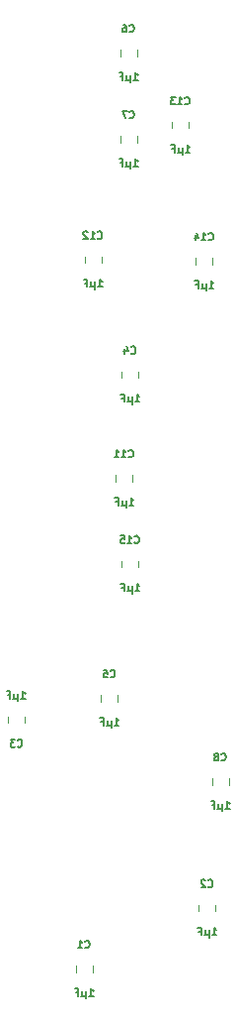
<source format=gbo>
%TF.GenerationSoftware,KiCad,Pcbnew,9.0.2*%
%TF.CreationDate,2025-06-26T18:46:24+02:00*%
%TF.ProjectId,HCP65 Kernal Mode,48435036-3520-44b6-9572-6e616c204d6f,V0*%
%TF.SameCoordinates,Original*%
%TF.FileFunction,Legend,Bot*%
%TF.FilePolarity,Positive*%
%FSLAX46Y46*%
G04 Gerber Fmt 4.6, Leading zero omitted, Abs format (unit mm)*
G04 Created by KiCad (PCBNEW 9.0.2) date 2025-06-26 18:46:24*
%MOMM*%
%LPD*%
G01*
G04 APERTURE LIST*
%ADD10C,0.150000*%
%ADD11C,0.120000*%
G04 APERTURE END LIST*
D10*
X19431214Y-13644486D02*
X19461452Y-13674725D01*
X19461452Y-13674725D02*
X19552166Y-13704963D01*
X19552166Y-13704963D02*
X19612642Y-13704963D01*
X19612642Y-13704963D02*
X19703357Y-13674725D01*
X19703357Y-13674725D02*
X19763833Y-13614248D01*
X19763833Y-13614248D02*
X19794071Y-13553772D01*
X19794071Y-13553772D02*
X19824309Y-13432820D01*
X19824309Y-13432820D02*
X19824309Y-13342105D01*
X19824309Y-13342105D02*
X19794071Y-13221153D01*
X19794071Y-13221153D02*
X19763833Y-13160677D01*
X19763833Y-13160677D02*
X19703357Y-13100201D01*
X19703357Y-13100201D02*
X19612642Y-13069963D01*
X19612642Y-13069963D02*
X19552166Y-13069963D01*
X19552166Y-13069963D02*
X19461452Y-13100201D01*
X19461452Y-13100201D02*
X19431214Y-13130439D01*
X18826452Y-13704963D02*
X19189309Y-13704963D01*
X19007881Y-13704963D02*
X19007881Y-13069963D01*
X19007881Y-13069963D02*
X19068357Y-13160677D01*
X19068357Y-13160677D02*
X19128833Y-13221153D01*
X19128833Y-13221153D02*
X19189309Y-13251391D01*
X18282166Y-13281629D02*
X18282166Y-13704963D01*
X18433357Y-13039725D02*
X18584547Y-13493296D01*
X18584547Y-13493296D02*
X18191452Y-13493296D01*
X19473333Y-17811963D02*
X19836190Y-17811963D01*
X19654762Y-17811963D02*
X19654762Y-17176963D01*
X19654762Y-17176963D02*
X19715238Y-17267677D01*
X19715238Y-17267677D02*
X19775714Y-17328153D01*
X19775714Y-17328153D02*
X19836190Y-17358391D01*
X19201190Y-17388629D02*
X19201190Y-18023629D01*
X18898809Y-17721248D02*
X18868571Y-17781725D01*
X18868571Y-17781725D02*
X18808095Y-17811963D01*
X19201190Y-17721248D02*
X19170952Y-17781725D01*
X19170952Y-17781725D02*
X19110476Y-17811963D01*
X19110476Y-17811963D02*
X18989523Y-17811963D01*
X18989523Y-17811963D02*
X18929047Y-17781725D01*
X18929047Y-17781725D02*
X18898809Y-17721248D01*
X18898809Y-17721248D02*
X18898809Y-17388629D01*
X18324285Y-17479344D02*
X18535952Y-17479344D01*
X18535952Y-17811963D02*
X18535952Y-17176963D01*
X18535952Y-17176963D02*
X18233571Y-17176963D01*
X13081214Y-39507486D02*
X13111452Y-39537725D01*
X13111452Y-39537725D02*
X13202166Y-39567963D01*
X13202166Y-39567963D02*
X13262642Y-39567963D01*
X13262642Y-39567963D02*
X13353357Y-39537725D01*
X13353357Y-39537725D02*
X13413833Y-39477248D01*
X13413833Y-39477248D02*
X13444071Y-39416772D01*
X13444071Y-39416772D02*
X13474309Y-39295820D01*
X13474309Y-39295820D02*
X13474309Y-39205105D01*
X13474309Y-39205105D02*
X13444071Y-39084153D01*
X13444071Y-39084153D02*
X13413833Y-39023677D01*
X13413833Y-39023677D02*
X13353357Y-38963201D01*
X13353357Y-38963201D02*
X13262642Y-38932963D01*
X13262642Y-38932963D02*
X13202166Y-38932963D01*
X13202166Y-38932963D02*
X13111452Y-38963201D01*
X13111452Y-38963201D02*
X13081214Y-38993439D01*
X12476452Y-39567963D02*
X12839309Y-39567963D01*
X12657881Y-39567963D02*
X12657881Y-38932963D01*
X12657881Y-38932963D02*
X12718357Y-39023677D01*
X12718357Y-39023677D02*
X12778833Y-39084153D01*
X12778833Y-39084153D02*
X12839309Y-39114391D01*
X11901928Y-38932963D02*
X12204309Y-38932963D01*
X12204309Y-38932963D02*
X12234547Y-39235344D01*
X12234547Y-39235344D02*
X12204309Y-39205105D01*
X12204309Y-39205105D02*
X12143833Y-39174867D01*
X12143833Y-39174867D02*
X11992642Y-39174867D01*
X11992642Y-39174867D02*
X11932166Y-39205105D01*
X11932166Y-39205105D02*
X11901928Y-39235344D01*
X11901928Y-39235344D02*
X11871690Y-39295820D01*
X11871690Y-39295820D02*
X11871690Y-39447010D01*
X11871690Y-39447010D02*
X11901928Y-39507486D01*
X11901928Y-39507486D02*
X11932166Y-39537725D01*
X11932166Y-39537725D02*
X11992642Y-39567963D01*
X11992642Y-39567963D02*
X12143833Y-39567963D01*
X12143833Y-39567963D02*
X12204309Y-39537725D01*
X12204309Y-39537725D02*
X12234547Y-39507486D01*
X13123333Y-43674963D02*
X13486190Y-43674963D01*
X13304762Y-43674963D02*
X13304762Y-43039963D01*
X13304762Y-43039963D02*
X13365238Y-43130677D01*
X13365238Y-43130677D02*
X13425714Y-43191153D01*
X13425714Y-43191153D02*
X13486190Y-43221391D01*
X12851190Y-43251629D02*
X12851190Y-43886629D01*
X12548809Y-43584248D02*
X12518571Y-43644725D01*
X12518571Y-43644725D02*
X12458095Y-43674963D01*
X12851190Y-43584248D02*
X12820952Y-43644725D01*
X12820952Y-43644725D02*
X12760476Y-43674963D01*
X12760476Y-43674963D02*
X12639523Y-43674963D01*
X12639523Y-43674963D02*
X12579047Y-43644725D01*
X12579047Y-43644725D02*
X12548809Y-43584248D01*
X12548809Y-43584248D02*
X12548809Y-43251629D01*
X11974285Y-43342344D02*
X12185952Y-43342344D01*
X12185952Y-43674963D02*
X12185952Y-43039963D01*
X12185952Y-43039963D02*
X11883571Y-43039963D01*
X9906214Y-13517486D02*
X9936452Y-13547725D01*
X9936452Y-13547725D02*
X10027166Y-13577963D01*
X10027166Y-13577963D02*
X10087642Y-13577963D01*
X10087642Y-13577963D02*
X10178357Y-13547725D01*
X10178357Y-13547725D02*
X10238833Y-13487248D01*
X10238833Y-13487248D02*
X10269071Y-13426772D01*
X10269071Y-13426772D02*
X10299309Y-13305820D01*
X10299309Y-13305820D02*
X10299309Y-13215105D01*
X10299309Y-13215105D02*
X10269071Y-13094153D01*
X10269071Y-13094153D02*
X10238833Y-13033677D01*
X10238833Y-13033677D02*
X10178357Y-12973201D01*
X10178357Y-12973201D02*
X10087642Y-12942963D01*
X10087642Y-12942963D02*
X10027166Y-12942963D01*
X10027166Y-12942963D02*
X9936452Y-12973201D01*
X9936452Y-12973201D02*
X9906214Y-13003439D01*
X9301452Y-13577963D02*
X9664309Y-13577963D01*
X9482881Y-13577963D02*
X9482881Y-12942963D01*
X9482881Y-12942963D02*
X9543357Y-13033677D01*
X9543357Y-13033677D02*
X9603833Y-13094153D01*
X9603833Y-13094153D02*
X9664309Y-13124391D01*
X9059547Y-13003439D02*
X9029309Y-12973201D01*
X9029309Y-12973201D02*
X8968833Y-12942963D01*
X8968833Y-12942963D02*
X8817642Y-12942963D01*
X8817642Y-12942963D02*
X8757166Y-12973201D01*
X8757166Y-12973201D02*
X8726928Y-13003439D01*
X8726928Y-13003439D02*
X8696690Y-13063915D01*
X8696690Y-13063915D02*
X8696690Y-13124391D01*
X8696690Y-13124391D02*
X8726928Y-13215105D01*
X8726928Y-13215105D02*
X9089785Y-13577963D01*
X9089785Y-13577963D02*
X8696690Y-13577963D01*
X9948333Y-17684963D02*
X10311190Y-17684963D01*
X10129762Y-17684963D02*
X10129762Y-17049963D01*
X10129762Y-17049963D02*
X10190238Y-17140677D01*
X10190238Y-17140677D02*
X10250714Y-17201153D01*
X10250714Y-17201153D02*
X10311190Y-17231391D01*
X9676190Y-17261629D02*
X9676190Y-17896629D01*
X9373809Y-17594248D02*
X9343571Y-17654725D01*
X9343571Y-17654725D02*
X9283095Y-17684963D01*
X9676190Y-17594248D02*
X9645952Y-17654725D01*
X9645952Y-17654725D02*
X9585476Y-17684963D01*
X9585476Y-17684963D02*
X9464523Y-17684963D01*
X9464523Y-17684963D02*
X9404047Y-17654725D01*
X9404047Y-17654725D02*
X9373809Y-17594248D01*
X9373809Y-17594248D02*
X9373809Y-17261629D01*
X8799285Y-17352344D02*
X9010952Y-17352344D01*
X9010952Y-17684963D02*
X9010952Y-17049963D01*
X9010952Y-17049963D02*
X8708571Y-17049963D01*
X12778833Y-23338694D02*
X12809071Y-23368933D01*
X12809071Y-23368933D02*
X12899785Y-23399171D01*
X12899785Y-23399171D02*
X12960261Y-23399171D01*
X12960261Y-23399171D02*
X13050976Y-23368933D01*
X13050976Y-23368933D02*
X13111452Y-23308456D01*
X13111452Y-23308456D02*
X13141690Y-23247980D01*
X13141690Y-23247980D02*
X13171928Y-23127028D01*
X13171928Y-23127028D02*
X13171928Y-23036313D01*
X13171928Y-23036313D02*
X13141690Y-22915361D01*
X13141690Y-22915361D02*
X13111452Y-22854885D01*
X13111452Y-22854885D02*
X13050976Y-22794409D01*
X13050976Y-22794409D02*
X12960261Y-22764171D01*
X12960261Y-22764171D02*
X12899785Y-22764171D01*
X12899785Y-22764171D02*
X12809071Y-22794409D01*
X12809071Y-22794409D02*
X12778833Y-22824647D01*
X12234547Y-22975837D02*
X12234547Y-23399171D01*
X12385738Y-22733933D02*
X12536928Y-23187504D01*
X12536928Y-23187504D02*
X12143833Y-23187504D01*
X13123333Y-27506171D02*
X13486190Y-27506171D01*
X13304762Y-27506171D02*
X13304762Y-26871171D01*
X13304762Y-26871171D02*
X13365238Y-26961885D01*
X13365238Y-26961885D02*
X13425714Y-27022361D01*
X13425714Y-27022361D02*
X13486190Y-27052599D01*
X12851190Y-27082837D02*
X12851190Y-27717837D01*
X12548809Y-27415456D02*
X12518571Y-27475933D01*
X12518571Y-27475933D02*
X12458095Y-27506171D01*
X12851190Y-27415456D02*
X12820952Y-27475933D01*
X12820952Y-27475933D02*
X12760476Y-27506171D01*
X12760476Y-27506171D02*
X12639523Y-27506171D01*
X12639523Y-27506171D02*
X12579047Y-27475933D01*
X12579047Y-27475933D02*
X12548809Y-27415456D01*
X12548809Y-27415456D02*
X12548809Y-27082837D01*
X11974285Y-27173552D02*
X12185952Y-27173552D01*
X12185952Y-27506171D02*
X12185952Y-26871171D01*
X12185952Y-26871171D02*
X11883571Y-26871171D01*
X12651833Y-3230486D02*
X12682071Y-3260725D01*
X12682071Y-3260725D02*
X12772785Y-3290963D01*
X12772785Y-3290963D02*
X12833261Y-3290963D01*
X12833261Y-3290963D02*
X12923976Y-3260725D01*
X12923976Y-3260725D02*
X12984452Y-3200248D01*
X12984452Y-3200248D02*
X13014690Y-3139772D01*
X13014690Y-3139772D02*
X13044928Y-3018820D01*
X13044928Y-3018820D02*
X13044928Y-2928105D01*
X13044928Y-2928105D02*
X13014690Y-2807153D01*
X13014690Y-2807153D02*
X12984452Y-2746677D01*
X12984452Y-2746677D02*
X12923976Y-2686201D01*
X12923976Y-2686201D02*
X12833261Y-2655963D01*
X12833261Y-2655963D02*
X12772785Y-2655963D01*
X12772785Y-2655963D02*
X12682071Y-2686201D01*
X12682071Y-2686201D02*
X12651833Y-2716439D01*
X12440166Y-2655963D02*
X12016833Y-2655963D01*
X12016833Y-2655963D02*
X12288976Y-3290963D01*
X12996333Y-7397963D02*
X13359190Y-7397963D01*
X13177762Y-7397963D02*
X13177762Y-6762963D01*
X13177762Y-6762963D02*
X13238238Y-6853677D01*
X13238238Y-6853677D02*
X13298714Y-6914153D01*
X13298714Y-6914153D02*
X13359190Y-6944391D01*
X12724190Y-6974629D02*
X12724190Y-7609629D01*
X12421809Y-7307248D02*
X12391571Y-7367725D01*
X12391571Y-7367725D02*
X12331095Y-7397963D01*
X12724190Y-7307248D02*
X12693952Y-7367725D01*
X12693952Y-7367725D02*
X12633476Y-7397963D01*
X12633476Y-7397963D02*
X12512523Y-7397963D01*
X12512523Y-7397963D02*
X12452047Y-7367725D01*
X12452047Y-7367725D02*
X12421809Y-7307248D01*
X12421809Y-7307248D02*
X12421809Y-6974629D01*
X11847285Y-7065344D02*
X12058952Y-7065344D01*
X12058952Y-7397963D02*
X12058952Y-6762963D01*
X12058952Y-6762963D02*
X11756571Y-6762963D01*
X12573214Y-32186486D02*
X12603452Y-32216725D01*
X12603452Y-32216725D02*
X12694166Y-32246963D01*
X12694166Y-32246963D02*
X12754642Y-32246963D01*
X12754642Y-32246963D02*
X12845357Y-32216725D01*
X12845357Y-32216725D02*
X12905833Y-32156248D01*
X12905833Y-32156248D02*
X12936071Y-32095772D01*
X12936071Y-32095772D02*
X12966309Y-31974820D01*
X12966309Y-31974820D02*
X12966309Y-31884105D01*
X12966309Y-31884105D02*
X12936071Y-31763153D01*
X12936071Y-31763153D02*
X12905833Y-31702677D01*
X12905833Y-31702677D02*
X12845357Y-31642201D01*
X12845357Y-31642201D02*
X12754642Y-31611963D01*
X12754642Y-31611963D02*
X12694166Y-31611963D01*
X12694166Y-31611963D02*
X12603452Y-31642201D01*
X12603452Y-31642201D02*
X12573214Y-31672439D01*
X11968452Y-32246963D02*
X12331309Y-32246963D01*
X12149881Y-32246963D02*
X12149881Y-31611963D01*
X12149881Y-31611963D02*
X12210357Y-31702677D01*
X12210357Y-31702677D02*
X12270833Y-31763153D01*
X12270833Y-31763153D02*
X12331309Y-31793391D01*
X11363690Y-32246963D02*
X11726547Y-32246963D01*
X11545119Y-32246963D02*
X11545119Y-31611963D01*
X11545119Y-31611963D02*
X11605595Y-31702677D01*
X11605595Y-31702677D02*
X11666071Y-31763153D01*
X11666071Y-31763153D02*
X11726547Y-31793391D01*
X12615333Y-36353963D02*
X12978190Y-36353963D01*
X12796762Y-36353963D02*
X12796762Y-35718963D01*
X12796762Y-35718963D02*
X12857238Y-35809677D01*
X12857238Y-35809677D02*
X12917714Y-35870153D01*
X12917714Y-35870153D02*
X12978190Y-35900391D01*
X12343190Y-35930629D02*
X12343190Y-36565629D01*
X12040809Y-36263248D02*
X12010571Y-36323725D01*
X12010571Y-36323725D02*
X11950095Y-36353963D01*
X12343190Y-36263248D02*
X12312952Y-36323725D01*
X12312952Y-36323725D02*
X12252476Y-36353963D01*
X12252476Y-36353963D02*
X12131523Y-36353963D01*
X12131523Y-36353963D02*
X12071047Y-36323725D01*
X12071047Y-36323725D02*
X12040809Y-36263248D01*
X12040809Y-36263248D02*
X12040809Y-35930629D01*
X11466285Y-36021344D02*
X11677952Y-36021344D01*
X11677952Y-36353963D02*
X11677952Y-35718963D01*
X11677952Y-35718963D02*
X11375571Y-35718963D01*
X11000833Y-50982486D02*
X11031071Y-51012725D01*
X11031071Y-51012725D02*
X11121785Y-51042963D01*
X11121785Y-51042963D02*
X11182261Y-51042963D01*
X11182261Y-51042963D02*
X11272976Y-51012725D01*
X11272976Y-51012725D02*
X11333452Y-50952248D01*
X11333452Y-50952248D02*
X11363690Y-50891772D01*
X11363690Y-50891772D02*
X11393928Y-50770820D01*
X11393928Y-50770820D02*
X11393928Y-50680105D01*
X11393928Y-50680105D02*
X11363690Y-50559153D01*
X11363690Y-50559153D02*
X11333452Y-50498677D01*
X11333452Y-50498677D02*
X11272976Y-50438201D01*
X11272976Y-50438201D02*
X11182261Y-50407963D01*
X11182261Y-50407963D02*
X11121785Y-50407963D01*
X11121785Y-50407963D02*
X11031071Y-50438201D01*
X11031071Y-50438201D02*
X11000833Y-50468439D01*
X10426309Y-50407963D02*
X10728690Y-50407963D01*
X10728690Y-50407963D02*
X10758928Y-50710344D01*
X10758928Y-50710344D02*
X10728690Y-50680105D01*
X10728690Y-50680105D02*
X10668214Y-50649867D01*
X10668214Y-50649867D02*
X10517023Y-50649867D01*
X10517023Y-50649867D02*
X10456547Y-50680105D01*
X10456547Y-50680105D02*
X10426309Y-50710344D01*
X10426309Y-50710344D02*
X10396071Y-50770820D01*
X10396071Y-50770820D02*
X10396071Y-50922010D01*
X10396071Y-50922010D02*
X10426309Y-50982486D01*
X10426309Y-50982486D02*
X10456547Y-51012725D01*
X10456547Y-51012725D02*
X10517023Y-51042963D01*
X10517023Y-51042963D02*
X10668214Y-51042963D01*
X10668214Y-51042963D02*
X10728690Y-51012725D01*
X10728690Y-51012725D02*
X10758928Y-50982486D01*
X11345333Y-55149963D02*
X11708190Y-55149963D01*
X11526762Y-55149963D02*
X11526762Y-54514963D01*
X11526762Y-54514963D02*
X11587238Y-54605677D01*
X11587238Y-54605677D02*
X11647714Y-54666153D01*
X11647714Y-54666153D02*
X11708190Y-54696391D01*
X11073190Y-54726629D02*
X11073190Y-55361629D01*
X10770809Y-55059248D02*
X10740571Y-55119725D01*
X10740571Y-55119725D02*
X10680095Y-55149963D01*
X11073190Y-55059248D02*
X11042952Y-55119725D01*
X11042952Y-55119725D02*
X10982476Y-55149963D01*
X10982476Y-55149963D02*
X10861523Y-55149963D01*
X10861523Y-55149963D02*
X10801047Y-55119725D01*
X10801047Y-55119725D02*
X10770809Y-55059248D01*
X10770809Y-55059248D02*
X10770809Y-54726629D01*
X10196285Y-54817344D02*
X10407952Y-54817344D01*
X10407952Y-55149963D02*
X10407952Y-54514963D01*
X10407952Y-54514963D02*
X10105571Y-54514963D01*
X20525833Y-58094486D02*
X20556071Y-58124725D01*
X20556071Y-58124725D02*
X20646785Y-58154963D01*
X20646785Y-58154963D02*
X20707261Y-58154963D01*
X20707261Y-58154963D02*
X20797976Y-58124725D01*
X20797976Y-58124725D02*
X20858452Y-58064248D01*
X20858452Y-58064248D02*
X20888690Y-58003772D01*
X20888690Y-58003772D02*
X20918928Y-57882820D01*
X20918928Y-57882820D02*
X20918928Y-57792105D01*
X20918928Y-57792105D02*
X20888690Y-57671153D01*
X20888690Y-57671153D02*
X20858452Y-57610677D01*
X20858452Y-57610677D02*
X20797976Y-57550201D01*
X20797976Y-57550201D02*
X20707261Y-57519963D01*
X20707261Y-57519963D02*
X20646785Y-57519963D01*
X20646785Y-57519963D02*
X20556071Y-57550201D01*
X20556071Y-57550201D02*
X20525833Y-57580439D01*
X20162976Y-57792105D02*
X20223452Y-57761867D01*
X20223452Y-57761867D02*
X20253690Y-57731629D01*
X20253690Y-57731629D02*
X20283928Y-57671153D01*
X20283928Y-57671153D02*
X20283928Y-57640915D01*
X20283928Y-57640915D02*
X20253690Y-57580439D01*
X20253690Y-57580439D02*
X20223452Y-57550201D01*
X20223452Y-57550201D02*
X20162976Y-57519963D01*
X20162976Y-57519963D02*
X20042023Y-57519963D01*
X20042023Y-57519963D02*
X19981547Y-57550201D01*
X19981547Y-57550201D02*
X19951309Y-57580439D01*
X19951309Y-57580439D02*
X19921071Y-57640915D01*
X19921071Y-57640915D02*
X19921071Y-57671153D01*
X19921071Y-57671153D02*
X19951309Y-57731629D01*
X19951309Y-57731629D02*
X19981547Y-57761867D01*
X19981547Y-57761867D02*
X20042023Y-57792105D01*
X20042023Y-57792105D02*
X20162976Y-57792105D01*
X20162976Y-57792105D02*
X20223452Y-57822344D01*
X20223452Y-57822344D02*
X20253690Y-57852582D01*
X20253690Y-57852582D02*
X20283928Y-57913058D01*
X20283928Y-57913058D02*
X20283928Y-58034010D01*
X20283928Y-58034010D02*
X20253690Y-58094486D01*
X20253690Y-58094486D02*
X20223452Y-58124725D01*
X20223452Y-58124725D02*
X20162976Y-58154963D01*
X20162976Y-58154963D02*
X20042023Y-58154963D01*
X20042023Y-58154963D02*
X19981547Y-58124725D01*
X19981547Y-58124725D02*
X19951309Y-58094486D01*
X19951309Y-58094486D02*
X19921071Y-58034010D01*
X19921071Y-58034010D02*
X19921071Y-57913058D01*
X19921071Y-57913058D02*
X19951309Y-57852582D01*
X19951309Y-57852582D02*
X19981547Y-57822344D01*
X19981547Y-57822344D02*
X20042023Y-57792105D01*
X20870333Y-62261963D02*
X21233190Y-62261963D01*
X21051762Y-62261963D02*
X21051762Y-61626963D01*
X21051762Y-61626963D02*
X21112238Y-61717677D01*
X21112238Y-61717677D02*
X21172714Y-61778153D01*
X21172714Y-61778153D02*
X21233190Y-61808391D01*
X20598190Y-61838629D02*
X20598190Y-62473629D01*
X20295809Y-62171248D02*
X20265571Y-62231725D01*
X20265571Y-62231725D02*
X20205095Y-62261963D01*
X20598190Y-62171248D02*
X20567952Y-62231725D01*
X20567952Y-62231725D02*
X20507476Y-62261963D01*
X20507476Y-62261963D02*
X20386523Y-62261963D01*
X20386523Y-62261963D02*
X20326047Y-62231725D01*
X20326047Y-62231725D02*
X20295809Y-62171248D01*
X20295809Y-62171248D02*
X20295809Y-61838629D01*
X19721285Y-61929344D02*
X19932952Y-61929344D01*
X19932952Y-62261963D02*
X19932952Y-61626963D01*
X19932952Y-61626963D02*
X19630571Y-61626963D01*
X19382833Y-68889486D02*
X19413071Y-68919725D01*
X19413071Y-68919725D02*
X19503785Y-68949963D01*
X19503785Y-68949963D02*
X19564261Y-68949963D01*
X19564261Y-68949963D02*
X19654976Y-68919725D01*
X19654976Y-68919725D02*
X19715452Y-68859248D01*
X19715452Y-68859248D02*
X19745690Y-68798772D01*
X19745690Y-68798772D02*
X19775928Y-68677820D01*
X19775928Y-68677820D02*
X19775928Y-68587105D01*
X19775928Y-68587105D02*
X19745690Y-68466153D01*
X19745690Y-68466153D02*
X19715452Y-68405677D01*
X19715452Y-68405677D02*
X19654976Y-68345201D01*
X19654976Y-68345201D02*
X19564261Y-68314963D01*
X19564261Y-68314963D02*
X19503785Y-68314963D01*
X19503785Y-68314963D02*
X19413071Y-68345201D01*
X19413071Y-68345201D02*
X19382833Y-68375439D01*
X19140928Y-68375439D02*
X19110690Y-68345201D01*
X19110690Y-68345201D02*
X19050214Y-68314963D01*
X19050214Y-68314963D02*
X18899023Y-68314963D01*
X18899023Y-68314963D02*
X18838547Y-68345201D01*
X18838547Y-68345201D02*
X18808309Y-68375439D01*
X18808309Y-68375439D02*
X18778071Y-68435915D01*
X18778071Y-68435915D02*
X18778071Y-68496391D01*
X18778071Y-68496391D02*
X18808309Y-68587105D01*
X18808309Y-68587105D02*
X19171166Y-68949963D01*
X19171166Y-68949963D02*
X18778071Y-68949963D01*
X19727333Y-73056963D02*
X20090190Y-73056963D01*
X19908762Y-73056963D02*
X19908762Y-72421963D01*
X19908762Y-72421963D02*
X19969238Y-72512677D01*
X19969238Y-72512677D02*
X20029714Y-72573153D01*
X20029714Y-72573153D02*
X20090190Y-72603391D01*
X19455190Y-72633629D02*
X19455190Y-73268629D01*
X19152809Y-72966248D02*
X19122571Y-73026725D01*
X19122571Y-73026725D02*
X19062095Y-73056963D01*
X19455190Y-72966248D02*
X19424952Y-73026725D01*
X19424952Y-73026725D02*
X19364476Y-73056963D01*
X19364476Y-73056963D02*
X19243523Y-73056963D01*
X19243523Y-73056963D02*
X19183047Y-73026725D01*
X19183047Y-73026725D02*
X19152809Y-72966248D01*
X19152809Y-72966248D02*
X19152809Y-72633629D01*
X18578285Y-72724344D02*
X18789952Y-72724344D01*
X18789952Y-73056963D02*
X18789952Y-72421963D01*
X18789952Y-72421963D02*
X18487571Y-72421963D01*
X17399214Y-2042486D02*
X17429452Y-2072725D01*
X17429452Y-2072725D02*
X17520166Y-2102963D01*
X17520166Y-2102963D02*
X17580642Y-2102963D01*
X17580642Y-2102963D02*
X17671357Y-2072725D01*
X17671357Y-2072725D02*
X17731833Y-2012248D01*
X17731833Y-2012248D02*
X17762071Y-1951772D01*
X17762071Y-1951772D02*
X17792309Y-1830820D01*
X17792309Y-1830820D02*
X17792309Y-1740105D01*
X17792309Y-1740105D02*
X17762071Y-1619153D01*
X17762071Y-1619153D02*
X17731833Y-1558677D01*
X17731833Y-1558677D02*
X17671357Y-1498201D01*
X17671357Y-1498201D02*
X17580642Y-1467963D01*
X17580642Y-1467963D02*
X17520166Y-1467963D01*
X17520166Y-1467963D02*
X17429452Y-1498201D01*
X17429452Y-1498201D02*
X17399214Y-1528439D01*
X16794452Y-2102963D02*
X17157309Y-2102963D01*
X16975881Y-2102963D02*
X16975881Y-1467963D01*
X16975881Y-1467963D02*
X17036357Y-1558677D01*
X17036357Y-1558677D02*
X17096833Y-1619153D01*
X17096833Y-1619153D02*
X17157309Y-1649391D01*
X16582785Y-1467963D02*
X16189690Y-1467963D01*
X16189690Y-1467963D02*
X16401357Y-1709867D01*
X16401357Y-1709867D02*
X16310642Y-1709867D01*
X16310642Y-1709867D02*
X16250166Y-1740105D01*
X16250166Y-1740105D02*
X16219928Y-1770344D01*
X16219928Y-1770344D02*
X16189690Y-1830820D01*
X16189690Y-1830820D02*
X16189690Y-1982010D01*
X16189690Y-1982010D02*
X16219928Y-2042486D01*
X16219928Y-2042486D02*
X16250166Y-2072725D01*
X16250166Y-2072725D02*
X16310642Y-2102963D01*
X16310642Y-2102963D02*
X16492071Y-2102963D01*
X16492071Y-2102963D02*
X16552547Y-2072725D01*
X16552547Y-2072725D02*
X16582785Y-2042486D01*
X17441333Y-6209963D02*
X17804190Y-6209963D01*
X17622762Y-6209963D02*
X17622762Y-5574963D01*
X17622762Y-5574963D02*
X17683238Y-5665677D01*
X17683238Y-5665677D02*
X17743714Y-5726153D01*
X17743714Y-5726153D02*
X17804190Y-5756391D01*
X17169190Y-5786629D02*
X17169190Y-6421629D01*
X16866809Y-6119248D02*
X16836571Y-6179725D01*
X16836571Y-6179725D02*
X16776095Y-6209963D01*
X17169190Y-6119248D02*
X17138952Y-6179725D01*
X17138952Y-6179725D02*
X17078476Y-6209963D01*
X17078476Y-6209963D02*
X16957523Y-6209963D01*
X16957523Y-6209963D02*
X16897047Y-6179725D01*
X16897047Y-6179725D02*
X16866809Y-6119248D01*
X16866809Y-6119248D02*
X16866809Y-5786629D01*
X16292285Y-5877344D02*
X16503952Y-5877344D01*
X16503952Y-6209963D02*
X16503952Y-5574963D01*
X16503952Y-5574963D02*
X16201571Y-5574963D01*
X8841833Y-74096486D02*
X8872071Y-74126725D01*
X8872071Y-74126725D02*
X8962785Y-74156963D01*
X8962785Y-74156963D02*
X9023261Y-74156963D01*
X9023261Y-74156963D02*
X9113976Y-74126725D01*
X9113976Y-74126725D02*
X9174452Y-74066248D01*
X9174452Y-74066248D02*
X9204690Y-74005772D01*
X9204690Y-74005772D02*
X9234928Y-73884820D01*
X9234928Y-73884820D02*
X9234928Y-73794105D01*
X9234928Y-73794105D02*
X9204690Y-73673153D01*
X9204690Y-73673153D02*
X9174452Y-73612677D01*
X9174452Y-73612677D02*
X9113976Y-73552201D01*
X9113976Y-73552201D02*
X9023261Y-73521963D01*
X9023261Y-73521963D02*
X8962785Y-73521963D01*
X8962785Y-73521963D02*
X8872071Y-73552201D01*
X8872071Y-73552201D02*
X8841833Y-73582439D01*
X8237071Y-74156963D02*
X8599928Y-74156963D01*
X8418500Y-74156963D02*
X8418500Y-73521963D01*
X8418500Y-73521963D02*
X8478976Y-73612677D01*
X8478976Y-73612677D02*
X8539452Y-73673153D01*
X8539452Y-73673153D02*
X8599928Y-73703391D01*
X9186333Y-78263963D02*
X9549190Y-78263963D01*
X9367762Y-78263963D02*
X9367762Y-77628963D01*
X9367762Y-77628963D02*
X9428238Y-77719677D01*
X9428238Y-77719677D02*
X9488714Y-77780153D01*
X9488714Y-77780153D02*
X9549190Y-77810391D01*
X8914190Y-77840629D02*
X8914190Y-78475629D01*
X8611809Y-78173248D02*
X8581571Y-78233725D01*
X8581571Y-78233725D02*
X8521095Y-78263963D01*
X8914190Y-78173248D02*
X8883952Y-78233725D01*
X8883952Y-78233725D02*
X8823476Y-78263963D01*
X8823476Y-78263963D02*
X8702523Y-78263963D01*
X8702523Y-78263963D02*
X8642047Y-78233725D01*
X8642047Y-78233725D02*
X8611809Y-78173248D01*
X8611809Y-78173248D02*
X8611809Y-77840629D01*
X8037285Y-77931344D02*
X8248952Y-77931344D01*
X8248952Y-78263963D02*
X8248952Y-77628963D01*
X8248952Y-77628963D02*
X7946571Y-77628963D01*
X3053833Y-56910486D02*
X3084071Y-56940725D01*
X3084071Y-56940725D02*
X3174785Y-56970963D01*
X3174785Y-56970963D02*
X3235261Y-56970963D01*
X3235261Y-56970963D02*
X3325976Y-56940725D01*
X3325976Y-56940725D02*
X3386452Y-56880248D01*
X3386452Y-56880248D02*
X3416690Y-56819772D01*
X3416690Y-56819772D02*
X3446928Y-56698820D01*
X3446928Y-56698820D02*
X3446928Y-56608105D01*
X3446928Y-56608105D02*
X3416690Y-56487153D01*
X3416690Y-56487153D02*
X3386452Y-56426677D01*
X3386452Y-56426677D02*
X3325976Y-56366201D01*
X3325976Y-56366201D02*
X3235261Y-56335963D01*
X3235261Y-56335963D02*
X3174785Y-56335963D01*
X3174785Y-56335963D02*
X3084071Y-56366201D01*
X3084071Y-56366201D02*
X3053833Y-56396439D01*
X2842166Y-56335963D02*
X2449071Y-56335963D01*
X2449071Y-56335963D02*
X2660738Y-56577867D01*
X2660738Y-56577867D02*
X2570023Y-56577867D01*
X2570023Y-56577867D02*
X2509547Y-56608105D01*
X2509547Y-56608105D02*
X2479309Y-56638344D01*
X2479309Y-56638344D02*
X2449071Y-56698820D01*
X2449071Y-56698820D02*
X2449071Y-56850010D01*
X2449071Y-56850010D02*
X2479309Y-56910486D01*
X2479309Y-56910486D02*
X2509547Y-56940725D01*
X2509547Y-56940725D02*
X2570023Y-56970963D01*
X2570023Y-56970963D02*
X2751452Y-56970963D01*
X2751452Y-56970963D02*
X2811928Y-56940725D01*
X2811928Y-56940725D02*
X2842166Y-56910486D01*
X3344333Y-52863963D02*
X3707190Y-52863963D01*
X3525762Y-52863963D02*
X3525762Y-52228963D01*
X3525762Y-52228963D02*
X3586238Y-52319677D01*
X3586238Y-52319677D02*
X3646714Y-52380153D01*
X3646714Y-52380153D02*
X3707190Y-52410391D01*
X3072190Y-52440629D02*
X3072190Y-53075629D01*
X2769809Y-52773248D02*
X2739571Y-52833725D01*
X2739571Y-52833725D02*
X2679095Y-52863963D01*
X3072190Y-52773248D02*
X3041952Y-52833725D01*
X3041952Y-52833725D02*
X2981476Y-52863963D01*
X2981476Y-52863963D02*
X2860523Y-52863963D01*
X2860523Y-52863963D02*
X2800047Y-52833725D01*
X2800047Y-52833725D02*
X2769809Y-52773248D01*
X2769809Y-52773248D02*
X2769809Y-52440629D01*
X2195285Y-52531344D02*
X2406952Y-52531344D01*
X2406952Y-52863963D02*
X2406952Y-52228963D01*
X2406952Y-52228963D02*
X2104571Y-52228963D01*
X12651833Y4135513D02*
X12682071Y4105275D01*
X12682071Y4105275D02*
X12772785Y4075036D01*
X12772785Y4075036D02*
X12833261Y4075036D01*
X12833261Y4075036D02*
X12923976Y4105275D01*
X12923976Y4105275D02*
X12984452Y4165751D01*
X12984452Y4165751D02*
X13014690Y4226227D01*
X13014690Y4226227D02*
X13044928Y4347179D01*
X13044928Y4347179D02*
X13044928Y4437894D01*
X13044928Y4437894D02*
X13014690Y4558846D01*
X13014690Y4558846D02*
X12984452Y4619322D01*
X12984452Y4619322D02*
X12923976Y4679798D01*
X12923976Y4679798D02*
X12833261Y4710036D01*
X12833261Y4710036D02*
X12772785Y4710036D01*
X12772785Y4710036D02*
X12682071Y4679798D01*
X12682071Y4679798D02*
X12651833Y4649560D01*
X12107547Y4710036D02*
X12228500Y4710036D01*
X12228500Y4710036D02*
X12288976Y4679798D01*
X12288976Y4679798D02*
X12319214Y4649560D01*
X12319214Y4649560D02*
X12379690Y4558846D01*
X12379690Y4558846D02*
X12409928Y4437894D01*
X12409928Y4437894D02*
X12409928Y4195989D01*
X12409928Y4195989D02*
X12379690Y4135513D01*
X12379690Y4135513D02*
X12349452Y4105275D01*
X12349452Y4105275D02*
X12288976Y4075036D01*
X12288976Y4075036D02*
X12168023Y4075036D01*
X12168023Y4075036D02*
X12107547Y4105275D01*
X12107547Y4105275D02*
X12077309Y4135513D01*
X12077309Y4135513D02*
X12047071Y4195989D01*
X12047071Y4195989D02*
X12047071Y4347179D01*
X12047071Y4347179D02*
X12077309Y4407655D01*
X12077309Y4407655D02*
X12107547Y4437894D01*
X12107547Y4437894D02*
X12168023Y4468132D01*
X12168023Y4468132D02*
X12288976Y4468132D01*
X12288976Y4468132D02*
X12349452Y4437894D01*
X12349452Y4437894D02*
X12379690Y4407655D01*
X12379690Y4407655D02*
X12409928Y4347179D01*
X12996333Y-31963D02*
X13359190Y-31963D01*
X13177762Y-31963D02*
X13177762Y603036D01*
X13177762Y603036D02*
X13238238Y512322D01*
X13238238Y512322D02*
X13298714Y451846D01*
X13298714Y451846D02*
X13359190Y421608D01*
X12724190Y391370D02*
X12724190Y-243629D01*
X12421809Y58751D02*
X12391571Y-1725D01*
X12391571Y-1725D02*
X12331095Y-31963D01*
X12724190Y58751D02*
X12693952Y-1725D01*
X12693952Y-1725D02*
X12633476Y-31963D01*
X12633476Y-31963D02*
X12512523Y-31963D01*
X12512523Y-31963D02*
X12452047Y-1725D01*
X12452047Y-1725D02*
X12421809Y58751D01*
X12421809Y58751D02*
X12421809Y391370D01*
X11847285Y300655D02*
X12058952Y300655D01*
X12058952Y-31963D02*
X12058952Y603036D01*
X12058952Y603036D02*
X11756571Y603036D01*
D11*
%TO.C,C14*%
X19785000Y-15216748D02*
X19785000Y-15739252D01*
X18315000Y-15216748D02*
X18315000Y-15739252D01*
%TO.C,C15*%
X13435000Y-41079748D02*
X13435000Y-41602252D01*
X11965000Y-41079748D02*
X11965000Y-41602252D01*
%TO.C,C12*%
X10260000Y-15089748D02*
X10260000Y-15612252D01*
X8790000Y-15089748D02*
X8790000Y-15612252D01*
%TO.C,C4*%
X13435000Y-24910956D02*
X13435000Y-25433460D01*
X11965000Y-24910956D02*
X11965000Y-25433460D01*
%TO.C,C7*%
X13308000Y-4802748D02*
X13308000Y-5325252D01*
X11838000Y-4802748D02*
X11838000Y-5325252D01*
%TO.C,C11*%
X12927000Y-33758748D02*
X12927000Y-34281252D01*
X11457000Y-33758748D02*
X11457000Y-34281252D01*
%TO.C,C5*%
X11657000Y-52554748D02*
X11657000Y-53077252D01*
X10187000Y-52554748D02*
X10187000Y-53077252D01*
%TO.C,C8*%
X21182000Y-59666748D02*
X21182000Y-60189252D01*
X19712000Y-59666748D02*
X19712000Y-60189252D01*
%TO.C,C2*%
X20039000Y-70461748D02*
X20039000Y-70984252D01*
X18569000Y-70461748D02*
X18569000Y-70984252D01*
%TO.C,C13*%
X17753000Y-3614748D02*
X17753000Y-4137252D01*
X16283000Y-3614748D02*
X16283000Y-4137252D01*
%TO.C,C1*%
X9498000Y-75668748D02*
X9498000Y-76191252D01*
X8028000Y-75668748D02*
X8028000Y-76191252D01*
%TO.C,C3*%
X3656000Y-54887252D02*
X3656000Y-54364748D01*
X2186000Y-54887252D02*
X2186000Y-54364748D01*
%TO.C,C6*%
X13308000Y2563252D02*
X13308000Y2040748D01*
X11838000Y2563252D02*
X11838000Y2040748D01*
%TD*%
M02*

</source>
